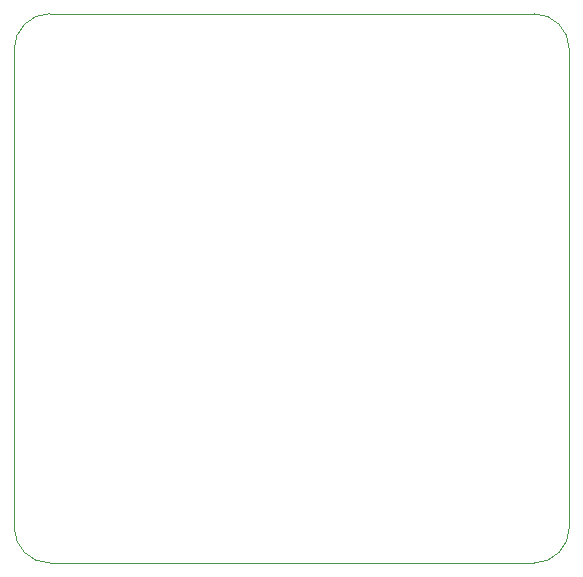
<source format=gbr>
%TF.GenerationSoftware,KiCad,Pcbnew,8.0.4*%
%TF.CreationDate,2024-11-07T17:56:33+01:00*%
%TF.ProjectId,stm32microcontroller,73746d33-326d-4696-9372-6f636f6e7472,rev?*%
%TF.SameCoordinates,Original*%
%TF.FileFunction,Profile,NP*%
%FSLAX46Y46*%
G04 Gerber Fmt 4.6, Leading zero omitted, Abs format (unit mm)*
G04 Created by KiCad (PCBNEW 8.0.4) date 2024-11-07 17:56:33*
%MOMM*%
%LPD*%
G01*
G04 APERTURE LIST*
%TA.AperFunction,Profile*%
%ADD10C,0.050000*%
%TD*%
G04 APERTURE END LIST*
D10*
X94000000Y-53500000D02*
X53000000Y-53500000D01*
X50000000Y-56500000D02*
X50000000Y-97000000D01*
X94000000Y-53500000D02*
G75*
G02*
X97000000Y-56500000I0J-3000000D01*
G01*
X50000000Y-56500000D02*
G75*
G02*
X53000000Y-53500000I3000000J0D01*
G01*
X53000000Y-100000000D02*
G75*
G02*
X50000000Y-97000000I0J3000000D01*
G01*
X97000000Y-97000000D02*
X97000000Y-56500000D01*
X53000000Y-100000000D02*
X94000000Y-100000000D01*
X97000000Y-97000000D02*
G75*
G02*
X94000000Y-100000000I-3000000J0D01*
G01*
M02*

</source>
